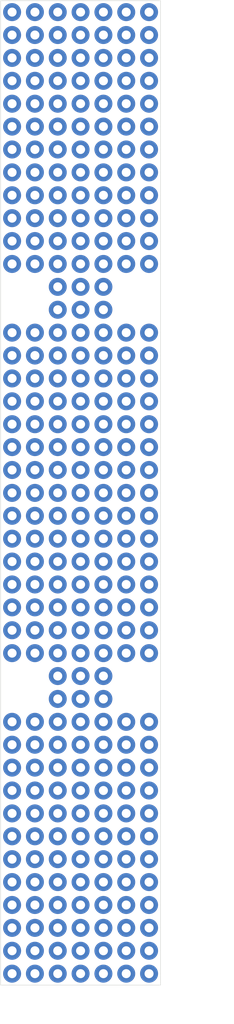
<source format=kicad_pcb>
(kicad_pcb (version 20211014) (generator pcbnew)
  (title_block (title "Eurorack prototype 4HP") (date "2022-01-09") (rev "2.0"))
  (layers (0 "F.Cu" signal) (31 "B.Cu" signal) (34 "B.Paste" user) (35 "F.Paste" user) (36 "B.SilkS" user "B.Silkscreen") (37 "F.SilkS" user "F.Silkscreen") (38 "B.Mask" user) (39 "F.Mask" user) (44 "Edge.Cuts" user))
  (net 0 "")
  (footprint "eurorack:Pad" (layer "F.Cu") (at 153.67 77.47)
    (fp_text reference "REF**" hide)
    (fp_text value "Pad" hide)
  )
  (footprint "eurorack:Pad" (layer "F.Cu") (at 151.13 77.47)
    (fp_text reference "REF**" hide)
    (fp_text value "Pad" hide)
  )
  (footprint "eurorack:Pad" (layer "F.Cu") (at 151.13 74.93)
    (fp_text reference "REF**" hide)
    (fp_text value "Pad" hide)
  )
  (footprint "eurorack:Pad" (layer "F.Cu") (at 163.83 77.47)
    (fp_text reference "REF**" hide)
    (fp_text value "Pad" hide)
  )
  (footprint "eurorack:Pad" (layer "F.Cu") (at 161.29 77.47)
    (fp_text reference "REF**" hide)
    (fp_text value "Pad" hide)
  )
  (footprint "eurorack:Pad" (layer "F.Cu") (at 158.75 74.93)
    (fp_text reference "REF**" hide)
    (fp_text value "Pad" hide)
  )
  (footprint "eurorack:Pad" (layer "F.Cu") (at 156.21 77.47)
    (fp_text reference "REF**" hide)
    (fp_text value "Pad" hide)
  )
  (footprint "eurorack:Pad" (layer "F.Cu") (at 156.21 74.93)
    (fp_text reference "REF**" hide)
    (fp_text value "Pad" hide)
  )
  (footprint "eurorack:Pad" (layer "F.Cu") (at 153.67 74.93)
    (fp_text reference "REF**" hide)
    (fp_text value "Pad" hide)
  )
  (footprint "eurorack:Pad" (layer "F.Cu") (at 158.75 77.47)
    (fp_text reference "REF**" hide)
    (fp_text value "Pad" hide)
  )
  (footprint "eurorack:Pad" (layer "F.Cu") (at 163.83 95.25)
    (fp_text reference "REF**" hide)
    (fp_text value "Pad" hide)
  )
  (footprint "eurorack:Pad" (layer "F.Cu") (at 158.75 80.01)
    (fp_text reference "REF**" hide)
    (fp_text value "Pad" hide)
  )
  (footprint "eurorack:Pad" (layer "F.Cu") (at 153.67 87.63)
    (fp_text reference "REF**" hide)
    (fp_text value "Pad" hide)
  )
  (footprint "eurorack:Pad" (layer "F.Cu") (at 156.21 80.01)
    (fp_text reference "REF**" hide)
    (fp_text value "Pad" hide)
  )
  (footprint "eurorack:Pad" (layer "F.Cu") (at 156.21 92.71)
    (fp_text reference "REF**" hide)
    (fp_text value "Pad" hide)
  )
  (footprint "eurorack:Pad" (layer "F.Cu") (at 163.83 80.01)
    (fp_text reference "REF**" hide)
    (fp_text value "Pad" hide)
  )
  (footprint "eurorack:Pad" (layer "F.Cu") (at 161.29 95.25)
    (fp_text reference "REF**" hide)
    (fp_text value "Pad" hide)
  )
  (footprint "eurorack:Pad" (layer "F.Cu") (at 163.83 90.17)
    (fp_text reference "REF**" hide)
    (fp_text value "Pad" hide)
  )
  (footprint "eurorack:Pad" (layer "F.Cu") (at 161.29 90.17)
    (fp_text reference "REF**" hide)
    (fp_text value "Pad" hide)
  )
  (footprint "eurorack:Pad" (layer "F.Cu") (at 151.13 90.17)
    (fp_text reference "REF**" hide)
    (fp_text value "Pad" hide)
  )
  (footprint "eurorack:Pad" (layer "F.Cu") (at 161.29 82.55)
    (fp_text reference "REF**" hide)
    (fp_text value "Pad" hide)
  )
  (footprint "eurorack:Pad" (layer "F.Cu") (at 153.67 90.17)
    (fp_text reference "REF**" hide)
    (fp_text value "Pad" hide)
  )
  (footprint "eurorack:Pad" (layer "F.Cu") (at 156.21 90.17)
    (fp_text reference "REF**" hide)
    (fp_text value "Pad" hide)
  )
  (footprint "eurorack:Pad" (layer "F.Cu") (at 161.29 80.01)
    (fp_text reference "REF**" hide)
    (fp_text value "Pad" hide)
  )
  (footprint "eurorack:Pad" (layer "F.Cu") (at 158.75 85.09)
    (fp_text reference "REF**" hide)
    (fp_text value "Pad" hide)
  )
  (footprint "eurorack:Pad" (layer "F.Cu") (at 151.13 87.63)
    (fp_text reference "REF**" hide)
    (fp_text value "Pad" hide)
  )
  (footprint "eurorack:Pad" (layer "F.Cu") (at 156.21 97.79)
    (fp_text reference "REF**" hide)
    (fp_text value "Pad" hide)
  )
  (footprint "eurorack:Pad" (layer "F.Cu") (at 153.67 82.55)
    (fp_text reference "REF**" hide)
    (fp_text value "Pad" hide)
  )
  (footprint "eurorack:Pad" (layer "F.Cu") (at 158.75 90.17)
    (fp_text reference "REF**" hide)
    (fp_text value "Pad" hide)
  )
  (footprint "eurorack:Pad" (layer "F.Cu") (at 163.83 87.63)
    (fp_text reference "REF**" hide)
    (fp_text value "Pad" hide)
  )
  (footprint "eurorack:Pad" (layer "F.Cu") (at 158.75 95.25)
    (fp_text reference "REF**" hide)
    (fp_text value "Pad" hide)
  )
  (footprint "eurorack:Pad" (layer "F.Cu") (at 156.21 87.63)
    (fp_text reference "REF**" hide)
    (fp_text value "Pad" hide)
  )
  (footprint "eurorack:Pad" (layer "F.Cu") (at 153.67 80.01)
    (fp_text reference "REF**" hide)
    (fp_text value "Pad" hide)
  )
  (footprint "eurorack:Pad" (layer "F.Cu") (at 158.75 97.79)
    (fp_text reference "REF**" hide)
    (fp_text value "Pad" hide)
  )
  (footprint "eurorack:Pad" (layer "F.Cu") (at 158.75 92.71)
    (fp_text reference "REF**" hide)
    (fp_text value "Pad" hide)
  )
  (footprint "eurorack:Pad" (layer "F.Cu") (at 163.83 92.71)
    (fp_text reference "REF**" hide)
    (fp_text value "Pad" hide)
  )
  (footprint "eurorack:Pad" (layer "F.Cu") (at 153.67 95.25)
    (fp_text reference "REF**" hide)
    (fp_text value "Pad" hide)
  )
  (footprint "eurorack:Pad" (layer "F.Cu") (at 163.83 97.79)
    (fp_text reference "REF**" hide)
    (fp_text value "Pad" hide)
  )
  (footprint "eurorack:Pad" (layer "F.Cu") (at 161.29 92.71)
    (fp_text reference "REF**" hide)
    (fp_text value "Pad" hide)
  )
  (footprint "eurorack:Pad" (layer "F.Cu") (at 163.83 85.09)
    (fp_text reference "REF**" hide)
    (fp_text value "Pad" hide)
  )
  (footprint "eurorack:Pad" (layer "F.Cu") (at 153.67 92.71)
    (fp_text reference "REF**" hide)
    (fp_text value "Pad" hide)
  )
  (footprint "eurorack:Pad" (layer "F.Cu") (at 158.75 87.63)
    (fp_text reference "REF**" hide)
    (fp_text value "Pad" hide)
  )
  (footprint "eurorack:Pad" (layer "F.Cu") (at 156.21 95.25)
    (fp_text reference "REF**" hide)
    (fp_text value "Pad" hide)
  )
  (footprint "eurorack:Pad" (layer "F.Cu") (at 151.13 92.71)
    (fp_text reference "REF**" hide)
    (fp_text value "Pad" hide)
  )
  (footprint "eurorack:Pad" (layer "F.Cu") (at 163.83 82.55)
    (fp_text reference "REF**" hide)
    (fp_text value "Pad" hide)
  )
  (footprint "eurorack:Pad" (layer "F.Cu") (at 161.29 87.63)
    (fp_text reference "REF**" hide)
    (fp_text value "Pad" hide)
  )
  (footprint "eurorack:Pad" (layer "F.Cu") (at 156.21 82.55)
    (fp_text reference "REF**" hide)
    (fp_text value "Pad" hide)
  )
  (footprint "eurorack:Pad" (layer "F.Cu") (at 158.75 82.55)
    (fp_text reference "REF**" hide)
    (fp_text value "Pad" hide)
  )
  (footprint "eurorack:Pad" (layer "F.Cu") (at 161.29 97.79)
    (fp_text reference "REF**" hide)
    (fp_text value "Pad" hide)
  )
  (footprint "eurorack:Pad" (layer "F.Cu") (at 151.13 82.55)
    (fp_text reference "REF**" hide)
    (fp_text value "Pad" hide)
  )
  (footprint "eurorack:Pad" (layer "F.Cu") (at 151.13 85.09)
    (fp_text reference "REF**" hide)
    (fp_text value "Pad" hide)
  )
  (footprint "eurorack:Pad" (layer "F.Cu") (at 161.29 85.09)
    (fp_text reference "REF**" hide)
    (fp_text value "Pad" hide)
  )
  (footprint "eurorack:Pad" (layer "F.Cu") (at 156.21 85.09)
    (fp_text reference "REF**" hide)
    (fp_text value "Pad" hide)
  )
  (footprint "eurorack:Pad" (layer "F.Cu") (at 151.13 95.25)
    (fp_text reference "REF**" hide)
    (fp_text value "Pad" hide)
  )
  (footprint "eurorack:Pad" (layer "F.Cu") (at 151.13 80.01)
    (fp_text reference "REF**" hide)
    (fp_text value "Pad" hide)
  )
  (footprint "eurorack:Pad" (layer "F.Cu") (at 153.67 97.79)
    (fp_text reference "REF**" hide)
    (fp_text value "Pad" hide)
  )
  (footprint "eurorack:Pad" (layer "F.Cu") (at 151.13 97.79)
    (fp_text reference "REF**" hide)
    (fp_text value "Pad" hide)
  )
  (footprint "eurorack:Pad" (layer "F.Cu") (at 153.67 85.09)
    (fp_text reference "REF**" hide)
    (fp_text value "Pad" hide)
  )
  (footprint "eurorack:Pad" (layer "F.Cu") (at 158.75 113.03)
    (fp_text reference "REF**" hide)
    (fp_text value "Pad" hide)
  )
  (footprint "eurorack:Pad" (layer "F.Cu") (at 156.21 100.33)
    (fp_text reference "REF**" hide)
    (fp_text value "Pad" hide)
  )
  (footprint "eurorack:Pad" (layer "F.Cu") (at 151.13 107.95)
    (fp_text reference "REF**" hide)
    (fp_text value "Pad" hide)
  )
  (footprint "eurorack:Pad" (layer "F.Cu") (at 161.29 100.33)
    (fp_text reference "REF**" hide)
    (fp_text value "Pad" hide)
  )
  (footprint "eurorack:Pad" (layer "F.Cu") (at 163.83 107.95)
    (fp_text reference "REF**" hide)
    (fp_text value "Pad" hide)
  )
  (footprint "eurorack:Pad" (layer "F.Cu") (at 163.83 100.33)
    (fp_text reference "REF**" hide)
    (fp_text value "Pad" hide)
  )
  (footprint "eurorack:Pad" (layer "F.Cu") (at 158.75 100.33)
    (fp_text reference "REF**" hide)
    (fp_text value "Pad" hide)
  )
  (footprint "eurorack:Pad" (layer "F.Cu") (at 151.13 110.49)
    (fp_text reference "REF**" hide)
    (fp_text value "Pad" hide)
  )
  (footprint "eurorack:Pad" (layer "F.Cu") (at 153.67 105.41)
    (fp_text reference "REF**" hide)
    (fp_text value "Pad" hide)
  )
  (footprint "eurorack:Pad" (layer "F.Cu") (at 161.29 102.87)
    (fp_text reference "REF**" hide)
    (fp_text value "Pad" hide)
  )
  (footprint "eurorack:Pad" (layer "F.Cu") (at 158.75 107.95)
    (fp_text reference "REF**" hide)
    (fp_text value "Pad" hide)
  )
  (footprint "eurorack:Pad" (layer "F.Cu") (at 161.29 115.57)
    (fp_text reference "REF**" hide)
    (fp_text value "Pad" hide)
  )
  (footprint "eurorack:Pad" (layer "F.Cu") (at 153.67 110.49)
    (fp_text reference "REF**" hide)
    (fp_text value "Pad" hide)
  )
  (footprint "eurorack:Pad" (layer "F.Cu") (at 156.21 105.41)
    (fp_text reference "REF**" hide)
    (fp_text value "Pad" hide)
  )
  (footprint "eurorack:Pad" (layer "F.Cu") (at 153.67 102.87)
    (fp_text reference "REF**" hide)
    (fp_text value "Pad" hide)
  )
  (footprint "eurorack:Pad" (layer "F.Cu") (at 156.21 110.49)
    (fp_text reference "REF**" hide)
    (fp_text value "Pad" hide)
  )
  (footprint "eurorack:Pad" (layer "F.Cu") (at 151.13 105.41)
    (fp_text reference "REF**" hide)
    (fp_text value "Pad" hide)
  )
  (footprint "eurorack:Pad" (layer "F.Cu") (at 153.67 100.33)
    (fp_text reference "REF**" hide)
    (fp_text value "Pad" hide)
  )
  (footprint "eurorack:Pad" (layer "F.Cu") (at 156.21 107.95)
    (fp_text reference "REF**" hide)
    (fp_text value "Pad" hide)
  )
  (footprint "eurorack:Pad" (layer "F.Cu") (at 156.21 113.03)
    (fp_text reference "REF**" hide)
    (fp_text value "Pad" hide)
  )
  (footprint "eurorack:Pad" (layer "F.Cu") (at 153.67 107.95)
    (fp_text reference "REF**" hide)
    (fp_text value "Pad" hide)
  )
  (footprint "eurorack:Pad" (layer "F.Cu") (at 163.83 102.87)
    (fp_text reference "REF**" hide)
    (fp_text value "Pad" hide)
  )
  (footprint "eurorack:Pad" (layer "F.Cu") (at 158.75 105.41)
    (fp_text reference "REF**" hide)
    (fp_text value "Pad" hide)
  )
  (footprint "eurorack:Pad" (layer "F.Cu") (at 151.13 102.87)
    (fp_text reference "REF**" hide)
    (fp_text value "Pad" hide)
  )
  (footprint "eurorack:Pad" (layer "F.Cu") (at 151.13 100.33)
    (fp_text reference "REF**" hide)
    (fp_text value "Pad" hide)
  )
  (footprint "eurorack:Pad" (layer "F.Cu") (at 161.29 105.41)
    (fp_text reference "REF**" hide)
    (fp_text value "Pad" hide)
  )
  (footprint "eurorack:Pad" (layer "F.Cu") (at 158.75 102.87)
    (fp_text reference "REF**" hide)
    (fp_text value "Pad" hide)
  )
  (footprint "eurorack:Pad" (layer "F.Cu") (at 163.83 105.41)
    (fp_text reference "REF**" hide)
    (fp_text value "Pad" hide)
  )
  (footprint "eurorack:Pad" (layer "F.Cu") (at 161.29 107.95)
    (fp_text reference "REF**" hide)
    (fp_text value "Pad" hide)
  )
  (footprint "eurorack:Pad" (layer "F.Cu") (at 158.75 115.57)
    (fp_text reference "REF**" hide)
    (fp_text value "Pad" hide)
  )
  (footprint "eurorack:Pad" (layer "F.Cu") (at 158.75 110.49)
    (fp_text reference "REF**" hide)
    (fp_text value "Pad" hide)
  )
  (footprint "eurorack:Pad" (layer "F.Cu") (at 156.21 102.87)
    (fp_text reference "REF**" hide)
    (fp_text value "Pad" hide)
  )
  (footprint "eurorack:Pad" (layer "F.Cu") (at 156.21 115.57)
    (fp_text reference "REF**" hide)
    (fp_text value "Pad" hide)
  )
  (footprint "eurorack:Pad" (layer "F.Cu") (at 156.21 128.27)
    (fp_text reference "REF**" hide)
    (fp_text value "Pad" hide)
  )
  (footprint "eurorack:Pad" (layer "F.Cu") (at 158.75 125.73)
    (fp_text reference "REF**" hide)
    (fp_text value "Pad" hide)
  )
  (footprint "eurorack:Pad" (layer "F.Cu") (at 161.29 133.35)
    (fp_text reference "REF**" hide)
    (fp_text value "Pad" hide)
  )
  (footprint "eurorack:Pad" (layer "F.Cu") (at 156.21 133.35)
    (fp_text reference "REF**" hide)
    (fp_text value "Pad" hide)
  )
  (footprint "eurorack:Pad" (layer "F.Cu") (at 156.21 118.11)
    (fp_text reference "REF**" hide)
    (fp_text value "Pad" hide)
  )
  (footprint "eurorack:Pad" (layer "F.Cu") (at 153.67 125.73)
    (fp_text reference "REF**" hide)
    (fp_text value "Pad" hide)
  )
  (footprint "eurorack:Pad" (layer "F.Cu") (at 158.75 118.11)
    (fp_text reference "REF**" hide)
    (fp_text value "Pad" hide)
  )
  (footprint "eurorack:Pad" (layer "F.Cu") (at 151.13 118.11)
    (fp_text reference "REF**" hide)
    (fp_text value "Pad" hide)
  )
  (footprint "eurorack:Pad" (layer "F.Cu") (at 161.29 128.27)
    (fp_text reference "REF**" hide)
    (fp_text value "Pad" hide)
  )
  (footprint "eurorack:Pad" (layer "F.Cu") (at 153.67 128.27)
    (fp_text reference "REF**" hide)
    (fp_text value "Pad" hide)
  )
  (footprint "eurorack:Pad" (layer "F.Cu") (at 163.83 130.81)
    (fp_text reference "REF**" hide)
    (fp_text value "Pad" hide)
  )
  (footprint "eurorack:Pad" (layer "F.Cu") (at 163.83 118.11)
    (fp_text reference "REF**" hide)
    (fp_text value "Pad" hide)
  )
  (footprint "eurorack:Pad" (layer "F.Cu") (at 153.67 130.81)
    (fp_text reference "REF**" hide)
    (fp_text value "Pad" hide)
  )
  (footprint "eurorack:Pad" (layer "F.Cu") (at 156.21 135.89)
    (fp_text reference "REF**" hide)
    (fp_text value "Pad" hide)
  )
  (footprint "eurorack:Pad" (layer "F.Cu") (at 156.21 125.73)
    (fp_text reference "REF**" hide)
    (fp_text value "Pad" hide)
  )
  (footprint "eurorack:Pad" (layer "F.Cu") (at 163.83 128.27)
    (fp_text reference "REF**" hide)
    (fp_text value "Pad" hide)
  )
  (footprint "eurorack:Pad" (layer "F.Cu") (at 158.75 120.65)
    (fp_text reference "REF**" hide)
    (fp_text value "Pad" hide)
  )
  (footprint "eurorack:Pad" (layer "F.Cu") (at 156.21 120.65)
    (fp_text reference "REF**" hide)
    (fp_text value "Pad" hide)
  )
  (footprint "eurorack:Pad" (layer "F.Cu") (at 151.13 125.73)
    (fp_text reference "REF**" hide)
    (fp_text value "Pad" hide)
  )
  (footprint "eurorack:Pad" (layer "F.Cu") (at 151.13 128.27)
    (fp_text reference "REF**" hide)
    (fp_text value "Pad" hide)
  )
  (footprint "eurorack:Pad" (layer "F.Cu") (at 153.67 123.19)
    (fp_text reference "REF**" hide)
    (fp_text value "Pad" hide)
  )
  (footprint "eurorack:Pad" (layer "F.Cu") (at 153.67 135.89)
    (fp_text reference "REF**" hide)
    (fp_text value "Pad" hide)
  )
  (footprint "eurorack:Pad" (layer "F.Cu") (at 163.83 135.89)
    (fp_text reference "REF**" hide)
    (fp_text value "Pad" hide)
  )
  (footprint "eurorack:Pad" (layer "F.Cu") (at 163.83 123.19)
    (fp_text reference "REF**" hide)
    (fp_text value "Pad" hide)
  )
  (footprint "eurorack:Pad" (layer "F.Cu") (at 151.13 120.65)
    (fp_text reference "REF**" hide)
    (fp_text value "Pad" hide)
  )
  (footprint "eurorack:Pad" (layer "F.Cu") (at 163.83 120.65)
    (fp_text reference "REF**" hide)
    (fp_text value "Pad" hide)
  )
  (footprint "eurorack:Pad" (layer "F.Cu") (at 153.67 120.65)
    (fp_text reference "REF**" hide)
    (fp_text value "Pad" hide)
  )
  (footprint "eurorack:Pad" (layer "F.Cu") (at 153.67 133.35)
    (fp_text reference "REF**" hide)
    (fp_text value "Pad" hide)
  )
  (footprint "eurorack:Pad" (layer "F.Cu") (at 151.13 135.89)
    (fp_text reference "REF**" hide)
    (fp_text value "Pad" hide)
  )
  (footprint "eurorack:Pad" (layer "F.Cu") (at 158.75 128.27)
    (fp_text reference "REF**" hide)
    (fp_text value "Pad" hide)
  )
  (footprint "eurorack:Pad" (layer "F.Cu") (at 151.13 130.81)
    (fp_text reference "REF**" hide)
    (fp_text value "Pad" hide)
  )
  (footprint "eurorack:Pad" (layer "F.Cu") (at 158.75 123.19)
    (fp_text reference "REF**" hide)
    (fp_text value "Pad" hide)
  )
  (footprint "eurorack:Pad" (layer "F.Cu") (at 156.21 130.81)
    (fp_text reference "REF**" hide)
    (fp_text value "Pad" hide)
  )
  (footprint "eurorack:Pad" (layer "F.Cu") (at 151.13 133.35)
    (fp_text reference "REF**" hide)
    (fp_text value "Pad" hide)
  )
  (footprint "eurorack:Pad" (layer "F.Cu") (at 158.75 130.81)
    (fp_text reference "REF**" hide)
    (fp_text value "Pad" hide)
  )
  (footprint "eurorack:Pad" (layer "F.Cu") (at 163.83 125.73)
    (fp_text reference "REF**" hide)
    (fp_text value "Pad" hide)
  )
  (footprint "eurorack:Pad" (layer "F.Cu") (at 161.29 125.73)
    (fp_text reference "REF**" hide)
    (fp_text value "Pad" hide)
  )
  (footprint "eurorack:Pad" (layer "F.Cu") (at 161.29 123.19)
    (fp_text reference "REF**" hide)
    (fp_text value "Pad" hide)
  )
  (footprint "eurorack:Pad" (layer "F.Cu") (at 161.29 118.11)
    (fp_text reference "REF**" hide)
    (fp_text value "Pad" hide)
  )
  (footprint "eurorack:Pad" (layer "F.Cu") (at 151.13 123.19)
    (fp_text reference "REF**" hide)
    (fp_text value "Pad" hide)
  )
  (footprint "eurorack:Pad" (layer "F.Cu") (at 158.75 135.89)
    (fp_text reference "REF**" hide)
    (fp_text value "Pad" hide)
  )
  (footprint "eurorack:Pad" (layer "F.Cu") (at 161.29 130.81)
    (fp_text reference "REF**" hide)
    (fp_text value "Pad" hide)
  )
  (footprint "eurorack:Pad" (layer "F.Cu") (at 153.67 118.11)
    (fp_text reference "REF**" hide)
    (fp_text value "Pad" hide)
  )
  (footprint "eurorack:Pad" (layer "F.Cu") (at 161.29 120.65)
    (fp_text reference "REF**" hide)
    (fp_text value "Pad" hide)
  )
  (footprint "eurorack:Pad" (layer "F.Cu") (at 163.83 133.35)
    (fp_text reference "REF**" hide)
    (fp_text value "Pad" hide)
  )
  (footprint "eurorack:Pad" (layer "F.Cu") (at 156.21 123.19)
    (fp_text reference "REF**" hide)
    (fp_text value "Pad" hide)
  )
  (footprint "eurorack:Pad" (layer "F.Cu") (at 158.75 133.35)
    (fp_text reference "REF**" hide)
    (fp_text value "Pad" hide)
  )
  (footprint "eurorack:Pad" (layer "F.Cu") (at 161.29 135.89)
    (fp_text reference "REF**" hide)
    (fp_text value "Pad" hide)
  )
  (footprint "eurorack:Pad" (layer "F.Cu") (at 156.21 140.97)
    (fp_text reference "REF**" hide)
    (fp_text value "Pad" hide)
  )
  (footprint "eurorack:Pad" (layer "F.Cu") (at 158.75 138.43)
    (fp_text reference "REF**" hide)
    (fp_text value "Pad" hide)
  )
  (footprint "eurorack:Pad" (layer "F.Cu") (at 153.67 138.43)
    (fp_text reference "REF**" hide)
    (fp_text value "Pad" hide)
  )
  (footprint "eurorack:Pad" (layer "F.Cu") (at 158.75 140.97)
    (fp_text reference "REF**" hide)
    (fp_text value "Pad" hide)
  )
  (footprint "eurorack:Pad" (layer "F.Cu") (at 156.21 138.43)
    (fp_text reference "REF**" hide)
    (fp_text value "Pad" hide)
  )
  (footprint "eurorack:Pad" (layer "F.Cu") (at 161.29 138.43)
    (fp_text reference "REF**" hide)
    (fp_text value "Pad" hide)
  )
  (footprint "eurorack:Pad" (layer "F.Cu") (at 161.29 143.51)
    (fp_text reference "REF**" hide)
    (fp_text value "Pad" hide)
  )
  (footprint "eurorack:Pad" (layer "F.Cu") (at 163.83 140.97)
    (fp_text reference "REF**" hide)
    (fp_text value "Pad" hide)
  )
  (footprint "eurorack:Pad" (layer "F.Cu") (at 151.13 143.51)
    (fp_text reference "REF**" hide)
    (fp_text value "Pad" hide)
  )
  (footprint "eurorack:Pad" (layer "F.Cu") (at 163.83 138.43)
    (fp_text reference "REF**" hide)
    (fp_text value "Pad" hide)
  )
  (footprint "eurorack:Pad" (layer "F.Cu") (at 151.13 140.97)
    (fp_text reference "REF**" hide)
    (fp_text value "Pad" hide)
  )
  (footprint "eurorack:Pad" (layer "F.Cu") (at 156.21 143.51)
    (fp_text reference "REF**" hide)
    (fp_text value "Pad" hide)
  )
  (footprint "eurorack:Pad" (layer "F.Cu") (at 151.13 138.43)
    (fp_text reference "REF**" hide)
    (fp_text value "Pad" hide)
  )
  (footprint "eurorack:Pad" (layer "F.Cu") (at 153.67 140.97)
    (fp_text reference "REF**" hide)
    (fp_text value "Pad" hide)
  )
  (footprint "eurorack:Pad" (layer "F.Cu") (at 161.29 140.97)
    (fp_text reference "REF**" hide)
    (fp_text value "Pad" hide)
  )
  (footprint "eurorack:Pad" (layer "F.Cu") (at 153.67 143.51)
    (fp_text reference "REF**" hide)
    (fp_text value "Pad" hide)
  )
  (footprint "eurorack:Pad" (layer "F.Cu") (at 163.83 143.51)
    (fp_text reference "REF**" hide)
    (fp_text value "Pad" hide)
  )
  (footprint "eurorack:Pad" (layer "F.Cu") (at 158.75 143.51)
    (fp_text reference "REF**" hide)
    (fp_text value "Pad" hide)
  )
  (footprint "MountingHole:MountingHole_2.2mm_M2" (layer "F.Cu") (at 165.1 114.3)
    (fp_text reference "REF**" hide)
    (fp_text value "MountingHole_2.2mm_M2" hide)
  )
  (footprint "MountingHole:MountingHole_2.2mm_M2" (layer "F.Cu") (at 152.4 114.3)
    (fp_text reference "REF**" hide)
    (fp_text value "MountingHole_2.2mm_M2" hide)
  )
  (footprint "MountingHole:MountingHole_2.2mm_M2" (layer "F.Cu") (at 152.4 71.12)
    (fp_text reference "REF**" hide)
    (fp_text value "MountingHole_2.2mm_M2" hide)
  )
  (footprint "MountingHole:MountingHole_2.2mm_M2" (layer "F.Cu") (at 165.1 71.12)
    (fp_text reference "REF**" hide)
    (fp_text value "MountingHole_2.2mm_M2" hide)
  )
  (footprint "eurorack:Pad" (layer "F.Cu") (at 161.29 74.93)
    (fp_text reference "REF**" hide)
    (fp_text value "Pad" hide)
  )
  (footprint "eurorack:Pad" (layer "F.Cu") (at 166.37 80.01)
    (fp_text reference "REF**" hide)
    (fp_text value "Pad" hide)
  )
  (footprint "eurorack:Pad" (layer "F.Cu") (at 166.37 87.63)
    (fp_text reference "REF**" hide)
    (fp_text value "Pad" hide)
  )
  (footprint "eurorack:Pad" (layer "F.Cu") (at 166.37 85.09)
    (fp_text reference "REF**" hide)
    (fp_text value "Pad" hide)
  )
  (footprint "eurorack:Pad" (layer "F.Cu") (at 166.37 92.71)
    (fp_text reference "REF**" hide)
    (fp_text value "Pad" hide)
  )
  (footprint "eurorack:Pad" (layer "F.Cu") (at 166.37 97.79)
    (fp_text reference "REF**" hide)
    (fp_text value "Pad" hide)
  )
  (footprint "eurorack:Pad" (layer "F.Cu") (at 166.37 107.95)
    (fp_text reference "REF**" hide)
    (fp_text value "Pad" hide)
  )
  (footprint "eurorack:Pad" (layer "F.Cu") (at 166.37 82.55)
    (fp_text reference "REF**" hide)
    (fp_text value "Pad" hide)
  )
  (footprint "eurorack:Pad" (layer "F.Cu") (at 166.37 105.41)
    (fp_text reference "REF**" hide)
    (fp_text value "Pad" hide)
  )
  (footprint "eurorack:Pad" (layer "F.Cu") (at 166.37 102.87)
    (fp_text reference "REF**" hide)
    (fp_text value "Pad" hide)
  )
  (footprint "eurorack:Pad" (layer "F.Cu") (at 166.37 77.47)
    (fp_text reference "REF**" hide)
    (fp_text value "Pad" hide)
  )
  (footprint "eurorack:Pad" (layer "F.Cu") (at 166.37 100.33)
    (fp_text reference "REF**" hide)
    (fp_text value "Pad" hide)
  )
  (footprint "eurorack:Pad" (layer "F.Cu") (at 166.37 90.17)
    (fp_text reference "REF**" hide)
    (fp_text value "Pad" hide)
  )
  (footprint "eurorack:Pad" (layer "F.Cu") (at 166.37 95.25)
    (fp_text reference "REF**" hide)
    (fp_text value "Pad" hide)
  )
  (footprint "eurorack:Pad" (layer "F.Cu") (at 161.29 113.03)
    (fp_text reference "REF**" hide)
    (fp_text value "Pad" hide)
  )
  (footprint "eurorack:Pad" (layer "F.Cu") (at 161.29 110.49)
    (fp_text reference "REF**" hide)
    (fp_text value "Pad" hide)
  )
  (footprint "eurorack:Pad" (layer "F.Cu") (at 166.37 133.35)
    (fp_text reference "REF**" hide)
    (fp_text value "Pad" hide)
  )
  (footprint "eurorack:Pad" (layer "F.Cu") (at 166.37 135.89)
    (fp_text reference "REF**" hide)
    (fp_text value "Pad" hide)
  )
  (footprint "eurorack:Pad" (layer "F.Cu") (at 166.37 140.97)
    (fp_text reference "REF**" hide)
    (fp_text value "Pad" hide)
  )
  (footprint "eurorack:Pad" (layer "F.Cu") (at 166.37 143.51)
    (fp_text reference "REF**" hide)
    (fp_text value "Pad" hide)
  )
  (footprint "eurorack:Pad" (layer "F.Cu") (at 166.37 128.27)
    (fp_text reference "REF**" hide)
    (fp_text value "Pad" hide)
  )
  (footprint "eurorack:Pad" (layer "F.Cu") (at 166.37 118.11)
    (fp_text reference "REF**" hide)
    (fp_text value "Pad" hide)
  )
  (footprint "eurorack:Pad" (layer "F.Cu") (at 166.37 130.81)
    (fp_text reference "REF**" hide)
    (fp_text value "Pad" hide)
  )
  (footprint "eurorack:Pad" (layer "F.Cu") (at 166.37 123.19)
    (fp_text reference "REF**" hide)
    (fp_text value "Pad" hide)
  )
  (footprint "eurorack:Pad" (layer "F.Cu") (at 166.37 125.73)
    (fp_text reference "REF**" hide)
    (fp_text value "Pad" hide)
  )
  (footprint "eurorack:Pad" (layer "F.Cu") (at 166.37 138.43)
    (fp_text reference "REF**" hide)
    (fp_text value "Pad" hide)
  )
  (footprint "eurorack:Pad" (layer "F.Cu") (at 166.37 120.65)
    (fp_text reference "REF**" hide)
    (fp_text value "Pad" hide)
  )
  (footprint "eurorack:Pad" (layer "F.Cu") (at 156.21 146.05)
    (fp_text reference "REF**" hide)
    (fp_text value "Pad" hide)
  )
  (footprint "eurorack:Pad" (layer "F.Cu") (at 153.67 146.05)
    (fp_text reference "REF**" hide)
    (fp_text value "Pad" hide)
  )
  (footprint "eurorack:Pad" (layer "F.Cu") (at 151.13 146.05)
    (fp_text reference "REF**" hide)
    (fp_text value "Pad" hide)
  )
  (footprint "eurorack:Pad" (layer "F.Cu") (at 161.29 146.05)
    (fp_text reference "REF**" hide)
    (fp_text value "Pad" hide)
  )
  (footprint "eurorack:Pad" (layer "F.Cu") (at 163.83 146.05)
    (fp_text reference "REF**" hide)
    (fp_text value "Pad" hide)
  )
  (footprint "eurorack:Pad" (layer "F.Cu") (at 158.75 146.05)
    (fp_text reference "REF**" hide)
    (fp_text value "Pad" hide)
  )
  (footprint "eurorack:Pad" (layer "F.Cu") (at 166.37 146.05)
    (fp_text reference "REF**" hide)
    (fp_text value "Pad" hide)
  )
  (footprint "eurorack:Pad" (layer "F.Cu") (at 166.37 110.49)
    (fp_text reference "REF**" hide)
    (fp_text value "Pad" hide)
  )
  (footprint "eurorack:Pad" (layer "F.Cu") (at 163.83 110.49)
    (fp_text reference "REF**" hide)
    (fp_text value "Pad" hide)
  )
  (footprint "eurorack:Pad" (layer "F.Cu") (at 163.83 74.93)
    (fp_text reference "REF**" hide)
    (fp_text value "Pad" hide)
  )
  (footprint "eurorack:Pad" (layer "F.Cu") (at 166.37 74.93)
    (fp_text reference "REF**" hide)
    (fp_text value "Pad" hide)
  )
  (footprint "eurorack:Pad" (layer "F.Cu") (at 161.29 69.85)
    (fp_text reference "REF**" hide)
    (fp_text value "Pad" hide)
  )
  (footprint "eurorack:Pad" (layer "F.Cu") (at 158.75 72.39)
    (fp_text reference "REF**" hide)
    (fp_text value "Pad" hide)
  )
  (footprint "eurorack:Pad" (layer "F.Cu") (at 156.21 69.85)
    (fp_text reference "REF**" hide)
    (fp_text value "Pad" hide)
  )
  (footprint "eurorack:Pad" (layer "F.Cu") (at 156.21 72.39)
    (fp_text reference "REF**" hide)
    (fp_text value "Pad" hide)
  )
  (footprint "eurorack:Pad" (layer "F.Cu") (at 158.75 69.85)
    (fp_text reference "REF**" hide)
    (fp_text value "Pad" hide)
  )
  (footprint "eurorack:Pad" (layer "F.Cu") (at 161.29 72.39)
    (fp_text reference "REF**" hide)
    (fp_text value "Pad" hide)
  )
  (footprint "eurorack:Pad" (layer "F.Cu") (at 163.83 57.15)
    (fp_text reference "REF**" hide)
    (fp_text value "Pad" hide)
  )
  (footprint "eurorack:Pad" (layer "F.Cu") (at 161.29 64.77)
    (fp_text reference "REF**" hide)
    (fp_text value "Pad" hide)
  )
  (footprint "eurorack:Pad" (layer "F.Cu") (at 153.67 67.31)
    (fp_text reference "REF**" hide)
    (fp_text value "Pad" hide)
  )
  (footprint "eurorack:Pad" (layer "F.Cu") (at 151.13 52.07)
    (fp_text reference "REF**" hide)
    (fp_text value "Pad" hide)
  )
  (footprint "eurorack:Pad" (layer "F.Cu") (at 151.13 67.31)
    (fp_text reference "REF**" hide)
    (fp_text value "Pad" hide)
  )
  (footprint "eurorack:Pad" (layer "F.Cu") (at 153.67 62.23)
    (fp_text reference "REF**" hide)
    (fp_text value "Pad" hide)
  )
  (footprint "eurorack:Pad" (layer "F.Cu") (at 161.29 54.61)
    (fp_text reference "REF**" hide)
    (fp_text value "Pad" hide)
  )
  (footprint "eurorack:Pad" (layer "F.Cu") (at 151.13 62.23)
    (fp_text reference "REF**" hide)
    (fp_text value "Pad" hide)
  )
  (footprint "eurorack:Pad" (layer "F.Cu") (at 161.29 62.23)
    (fp_text reference "REF**" hide)
    (fp_text value "Pad" hide)
  )
  (footprint "eurorack:Pad" (layer "F.Cu") (at 163.83 62.23)
    (fp_text reference "REF**" hide)
    (fp_text value "Pad" hide)
  )
  (footprint "eurorack:Pad" (layer "F.Cu") (at 161.29 67.31)
    (fp_text reference "REF**" hide)
    (fp_text value "Pad" hide)
  )
  (footprint "eurorack:Pad" (layer "F.Cu") (at 166.37 57.15)
    (fp_text reference "REF**" hide)
    (fp_text value "Pad" hide)
  )
  (footprint "eurorack:Pad" (layer "F.Cu") (at 166.37 59.69)
    (fp_text reference "REF**" hide)
    (fp_text value "Pad" hide)
  )
  (footprint "eurorack:Pad" (layer "F.Cu") (at 163.83 54.61)
    (fp_text reference "REF**" hide)
    (fp_text value "Pad" hide)
  )
  (footprint "eurorack:Pad" (layer "F.Cu") (at 151.13 64.77)
    (fp_text reference "REF**" hide)
    (fp_text value "Pad" hide)
  )
  (footprint "eurorack:Pad" (layer "F.Cu") (at 156.21 67.31)
    (fp_text reference "REF**" hide)
    (fp_text value "Pad" hide)
  )
  (footprint "eurorack:Pad" (layer "F.Cu") (at 158.75 59.69)
    (fp_text reference "REF**" hide)
    (fp_text value "Pad" hide)
  )
  (footprint "eurorack:Pad" (layer "F.Cu") (at 153.67 64.77)
    (fp_text reference "REF**" hide)
    (fp_text value "Pad" hide)
  )
  (footprint "eurorack:Pad" (layer "F.Cu") (at 166.37 46.99)
    (fp_text reference "REF**" hide)
    (fp_text value "Pad" hide)
  )
  (footprint "eurorack:Pad" (layer "F.Cu") (at 156.21 57.15)
    (fp_text reference "REF**" hide)
    (fp_text value "Pad" hide)
  )
  (footprint "eurorack:Pad" (layer "F.Cu") (at 161.29 57.15)
    (fp_text reference "REF**" hide)
    (fp_text value "Pad" hide)
  )
  (footprint "eurorack:Pad" (layer "F.Cu") (at 151.13 57.15)
    (fp_text reference "REF**" hide)
    (fp_text value "Pad" hide)
  )
  (footprint "eurorack:Pad" (layer "F.Cu") (at 151.13 54.61)
    (fp_text reference "REF**" hide)
    (fp_text value "Pad" hide)
  )
  (footprint "eurorack:Pad" (layer "F.Cu") (at 158.75 54.61)
    (fp_text reference "REF**" hide)
    (fp_text value "Pad" hide)
  )
  (footprint "eurorack:Pad" (layer "F.Cu") (at 156.21 54.61)
    (fp_text reference "REF**" hide)
    (fp_text value "Pad" hide)
  )
  (footprint "eurorack:Pad" (layer "F.Cu") (at 161.29 59.69)
    (fp_text reference "REF**" hide)
    (fp_text value "Pad" hide)
  )
  (footprint "eurorack:Pad" (layer "F.Cu") (at 163.83 64.77)
    (fp_text reference "REF**" hide)
    (fp_text value "Pad" hide)
  )
  (footprint "eurorack:Pad" (layer "F.Cu") (at 158.75 64.77)
    (fp_text reference "REF**" hide)
    (fp_text value "Pad" hide)
  )
  (footprint "eurorack:Pad" (layer "F.Cu") (at 153.67 52.07)
    (fp_text reference "REF**" hide)
    (fp_text value "Pad" hide)
  )
  (footprint "eurorack:Pad" (layer "F.Cu") (at 153.67 57.15)
    (fp_text reference "REF**" hide)
    (fp_text value "Pad" hide)
  )
  (footprint "eurorack:Pad" (layer "F.Cu") (at 166.37 62.23)
    (fp_text reference "REF**" hide)
    (fp_text value "Pad" hide)
  )
  (footprint "eurorack:Pad" (layer "F.Cu") (at 166.37 52.07)
    (fp_text reference "REF**" hide)
    (fp_text value "Pad" hide)
  )
  (footprint "eurorack:Pad" (layer "F.Cu") (at 161.29 46.99)
    (fp_text reference "REF**" hide)
    (fp_text value "Pad" hide)
  )
  (footprint "eurorack:Pad" (layer "F.Cu") (at 156.21 59.69)
    (fp_text reference "REF**" hide)
    (fp_text value "Pad" hide)
  )
  (footprint "eurorack:Pad" (layer "F.Cu") (at 158.75 67.31)
    (fp_text reference "REF**" hide)
    (fp_text value "Pad" hide)
  )
  (footprint "eurorack:Pad" (layer "F.Cu") (at 163.83 59.69)
    (fp_text reference "REF**" hide)
    (fp_text value "Pad" hide)
  )
  (footprint "eurorack:Pad" (layer "F.Cu") (at 158.75 62.23)
    (fp_text reference "REF**" hide)
    (fp_text value "Pad" hide)
  )
  (footprint "eurorack:Pad" (layer "F.Cu") (at 153.67 54.61)
    (fp_text reference "REF**" hide)
    (fp_text value "Pad" hide)
  )
  (footprint "eurorack:Pad" (layer "F.Cu") (at 151.13 59.69)
    (fp_text reference "REF**" hide)
    (fp_text value "Pad" hide)
  )
  (footprint "eurorack:Pad" (layer "F.Cu") (at 158.75 57.15)
    (fp_text reference "REF**" hide)
    (fp_text value "Pad" hide)
  )
  (footprint "eurorack:Pad" (layer "F.Cu") (at 161.29 52.07)
    (fp_text reference "REF**" hide)
    (fp_text value "Pad" hide)
  )
  (footprint "eurorack:Pad" (layer "F.Cu") (at 156.21 62.23)
    (fp_text reference "REF**" hide)
    (fp_text value "Pad" hide)
  )
  (footprint "eurorack:Pad" (layer "F.Cu") (at 166.37 54.61)
    (fp_text reference "REF**" hide)
    (fp_text value "Pad" hide)
  )
  (footprint "eurorack:Pad" (layer "F.Cu") (at 166.37 67.31)
    (fp_text reference "REF**" hide)
    (fp_text value "Pad" hide)
  )
  (footprint "eurorack:Pad" (layer "F.Cu") (at 166.37 49.53)
    (fp_text reference "REF**" hide)
    (fp_text value "Pad" hide)
  )
  (footprint "eurorack:Pad" (layer "F.Cu") (at 166.37 64.77)
    (fp_text reference "REF**" hide)
    (fp_text value "Pad" hide)
  )
  (footprint "eurorack:Pad" (layer "F.Cu") (at 163.83 46.99)
    (fp_text reference "REF**" hide)
    (fp_text value "Pad" hide)
  )
  (footprint "eurorack:Pad" (layer "F.Cu") (at 163.83 52.07)
    (fp_text reference "REF**" hide)
    (fp_text value "Pad" hide)
  )
  (footprint "eurorack:Pad" (layer "F.Cu") (at 156.21 64.77)
    (fp_text reference "REF**" hide)
    (fp_text value "Pad" hide)
  )
  (footprint "eurorack:Pad" (layer "F.Cu") (at 156.21 52.07)
    (fp_text reference "REF**" hide)
    (fp_text value "Pad" hide)
  )
  (footprint "eurorack:Pad" (layer "F.Cu") (at 153.67 59.69)
    (fp_text reference "REF**" hide)
    (fp_text value "Pad" hide)
  )
  (footprint "eurorack:Pad" (layer "F.Cu") (at 158.75 52.07)
    (fp_text reference "REF**" hide)
    (fp_text value "Pad" hide)
  )
  (footprint "eurorack:Pad" (layer "F.Cu") (at 163.83 67.31)
    (fp_text reference "REF**" hide)
    (fp_text value "Pad" hide)
  )
  (footprint "eurorack:Pad" (layer "F.Cu") (at 158.75 49.53)
    (fp_text reference "REF**" hide)
    (fp_text value "Pad" hide)
  )
  (footprint "eurorack:Pad" (layer "F.Cu") (at 153.67 46.99)
    (fp_text reference "REF**" hide)
    (fp_text value "Pad" hide)
  )
  (footprint "eurorack:Pad" (layer "F.Cu") (at 156.21 46.99)
    (fp_text reference "REF**" hide)
    (fp_text value "Pad" hide)
  )
  (footprint "eurorack:Pad" (layer "F.Cu") (at 156.21 49.53)
    (fp_text reference "REF**" hide)
    (fp_text value "Pad" hide)
  )
  (footprint "eurorack:Pad" (layer "F.Cu") (at 158.75 46.99)
    (fp_text reference "REF**" hide)
    (fp_text value "Pad" hide)
  )
  (footprint "eurorack:Pad" (layer "F.Cu") (at 161.29 49.53)
    (fp_text reference "REF**" hide)
    (fp_text value "Pad" hide)
  )
  (footprint "eurorack:Pad" (layer "F.Cu") (at 163.83 49.53)
    (fp_text reference "REF**" hide)
    (fp_text value "Pad" hide)
  )
  (footprint "eurorack:Pad" (layer "F.Cu") (at 151.13 46.99)
    (fp_text reference "REF**" hide)
    (fp_text value "Pad" hide)
  )
  (footprint "eurorack:Pad" (layer "F.Cu") (at 151.13 49.53)
    (fp_text reference "REF**" hide)
    (fp_text value "Pad" hide)
  )
  (footprint "eurorack:Pad" (layer "F.Cu") (at 153.67 49.53)
    (fp_text reference "REF**" hide)
    (fp_text value "Pad" hide)
  )
  (footprint "eurorack:Pad" (layer "F.Cu") (at 163.83 39.37)
    (fp_text reference "REF**" hide)
    (fp_text value "Pad" hide)
  )
  (footprint "eurorack:Pad" (layer "F.Cu") (at 153.67 44.45)
    (fp_text reference "REF**" hide)
    (fp_text value "Pad" hide)
  )
  (footprint "eurorack:Pad" (layer "F.Cu") (at 163.83 41.91)
    (fp_text reference "REF**" hide)
    (fp_text value "Pad" hide)
  )
  (footprint "eurorack:Pad" (layer "F.Cu") (at 151.13 39.37)
    (fp_text reference "REF**" hide)
    (fp_text value "Pad" hide)
  )
  (footprint "eurorack:Pad" (layer "F.Cu") (at 158.75 39.37)
    (fp_text reference "REF**" hide)
    (fp_text value "Pad" hide)
  )
  (footprint "eurorack:Pad" (layer "F.Cu") (at 161.29 41.91)
    (fp_text reference "REF**" hide)
    (fp_text value "Pad" hide)
  )
  (footprint "eurorack:Pad" (layer "F.Cu") (at 156.21 39.37)
    (fp_text reference "REF**" hide)
    (fp_text value "Pad" hide)
  )
  (footprint "eurorack:Pad" (layer "F.Cu") (at 156.21 41.91)
    (fp_text reference "REF**" hide)
    (fp_text value "Pad" hide)
  )
  (footprint "eurorack:Pad" (layer "F.Cu") (at 158.75 44.45)
    (fp_text reference "REF**" hide)
    (fp_text value "Pad" hide)
  )
  (footprint "eurorack:Pad" (layer "F.Cu") (at 158.75 41.91)
    (fp_text reference "REF**" hide)
    (fp_text value "Pad" hide)
  )
  (footprint "eurorack:Pad" (layer "F.Cu") (at 153.67 39.37)
    (fp_text reference "REF**" hide)
    (fp_text value "Pad" hide)
  )
  (footprint "eurorack:Pad" (layer "F.Cu") (at 166.37 44.45)
    (fp_text reference "REF**" hide)
    (fp_text value "Pad" hide)
  )
  (footprint "eurorack:Pad" (layer "F.Cu") (at 151.13 41.91)
    (fp_text reference "REF**" hide)
    (fp_text value "Pad" hide)
  )
  (footprint "eurorack:Pad" (layer "F.Cu") (at 153.67 41.91)
    (fp_text reference "REF**" hide)
    (fp_text value "Pad" hide)
  )
  (footprint "eurorack:Pad" (layer "F.Cu") (at 156.21 44.45)
    (fp_text reference "REF**" hide)
    (fp_text value "Pad" hide)
  )
  (footprint "eurorack:Pad" (layer "F.Cu") (at 161.29 44.45)
    (fp_text reference "REF**" hide)
    (fp_text value "Pad" hide)
  )
  (footprint "eurorack:Pad" (layer "F.Cu") (at 161.29 39.37)
    (fp_text reference "REF**" hide)
    (fp_text value "Pad" hide)
  )
  (footprint "eurorack:Pad" (layer "F.Cu") (at 166.37 41.91)
    (fp_text reference "REF**" hide)
    (fp_text value "Pad" hide)
  )
  (footprint "eurorack:Pad" (layer "F.Cu") (at 166.37 39.37)
    (fp_text reference "REF**" hide)
    (fp_text value "Pad" hide)
  )
  (footprint "eurorack:Pad" (layer "F.Cu") (at 151.13 44.45)
    (fp_text reference "REF**" hide)
    (fp_text value "Pad" hide)
  )
  (footprint "eurorack:Pad" (layer "F.Cu") (at 163.83 44.45)
    (fp_text reference "REF**" hide)
    (fp_text value "Pad" hide)
  )
  (gr_line (start 149.86 147.32) (end 167.64 147.32) (layer "Edge.Cuts") (width 0.05))
  (gr_line (start 149.86 38.1) (end 167.64 38.1) (layer "Edge.Cuts") (width 0.05))
  (gr_line (start 167.64 38.1) (end 167.64 147.32) (layer "Edge.Cuts") (width 0.05))
  (gr_line (start 149.86 147.32) (end 149.86 38.1) (layer "Edge.Cuts") (width 0.05))
)
</source>
